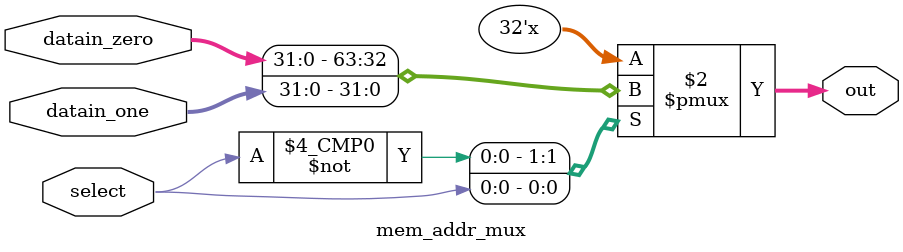
<source format=sv>
module data_mux (

	input wire [255:0] datain_zero, datain_one,
	input wire select,
	output reg [255:0] out
);

always_comb begin: dataout_logic
	case (select)
		1'b0: out = datain_zero;
		1'b1: out = datain_one;
	endcase
end

endmodule: data_mux

module mem_addr_mux (

	input wire [31:0] datain_zero, datain_one,
	input wire select,
	output reg [31:0] out
);

always_comb begin: dataout_logic
	case (select)
		1'b0: out = datain_zero;
		1'b1: out = datain_one;
	endcase
end

endmodule: mem_addr_mux
</source>
